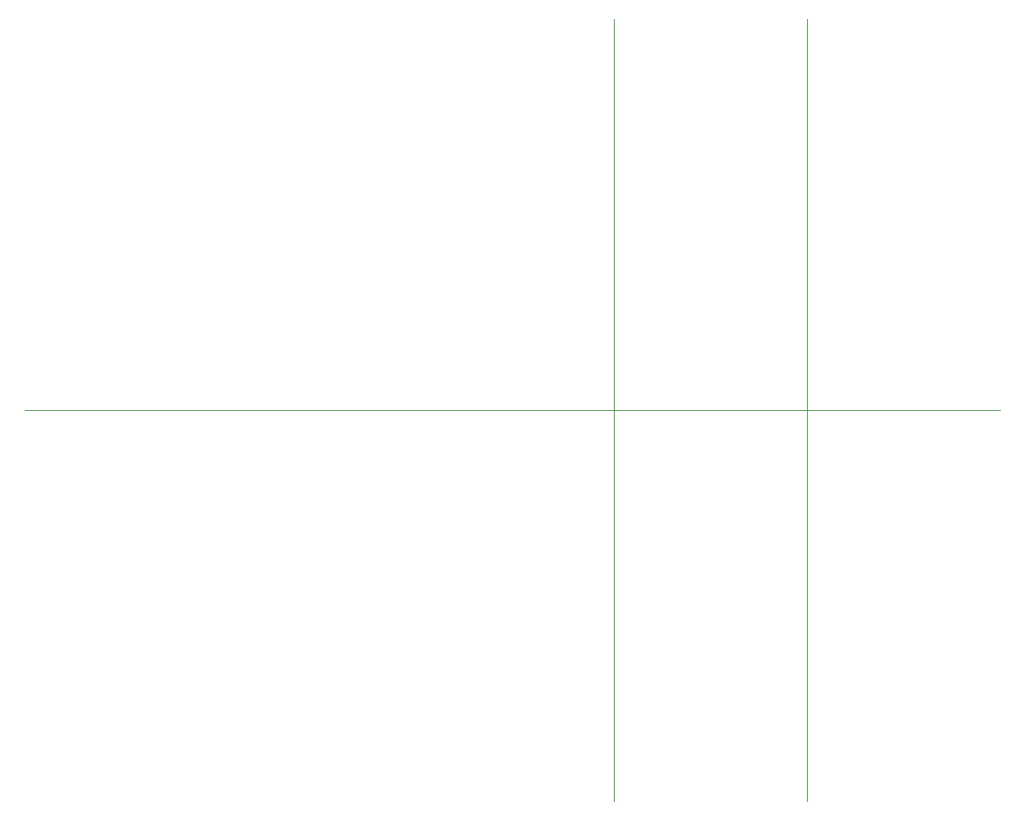
<source format=gbr>
G75*
G71*
%MOMM*%
%OFA0B0*%
%FSLAX53Y53*%
%IPPOS*%
%LPD*%
%ADD10C,0.00100*%
D10*
X0000000Y0040131D02*
X0100074Y0040131D01*
X0060451Y0000000D02*
X0060451Y0080262D01*
X0080263Y0000000D02*
X0080263Y0080262D01*
M02*

</source>
